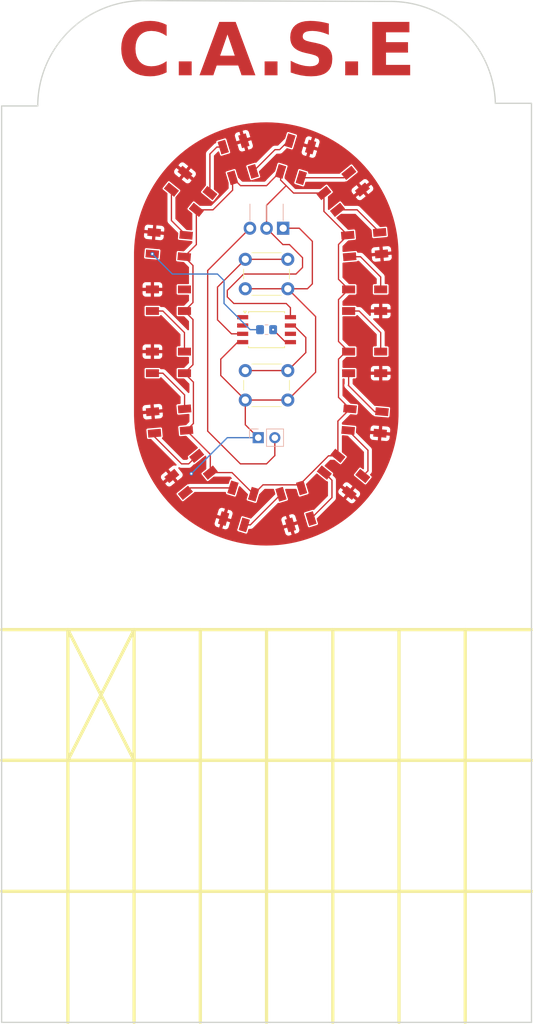
<source format=kicad_pcb>
(kicad_pcb (version 20240108) (generator "pcbnew") (generator_version "8.0")
  (layers (0 "F.Cu" signal) (31 "B.Cu" signal) (34 "B.Paste" user) (35 "F.Paste" user) (36 "B.SilkS" user "B.Silkscreen") (37 "F.SilkS" user "F.Silkscreen") (38 "B.Mask" user) (39 "F.Mask" user) (44 "Edge.Cuts" user))
  (net 0 "")
  (net 1 "Net-(D1-VDD)")
  (net 2 "Net-(D1-DOUT)")
  (net 3 "Net-(D1-DIN)")
  (net 4 "GND")
  (net 5 "Net-(D2-DOUT)")
  (net 6 "Net-(D3-DOUT)")
  (net 7 "Net-(D4-DOUT)")
  (net 8 "Net-(D5-DOUT)")
  (net 9 "Net-(D6-DOUT)")
  (net 10 "Net-(D7-DOUT)")
  (net 11 "Net-(D8-DOUT)")
  (net 12 "Net-(D10-DIN)")
  (net 13 "Net-(D10-DOUT)")
  (net 14 "Net-(D11-DOUT)")
  (net 15 "Net-(D12-DOUT)")
  (net 16 "Net-(D13-DOUT)")
  (net 17 "Net-(D14-DOUT)")
  (net 18 "Net-(D15-DOUT)")
  (net 20 "Net-(J1-Pin_2)")
  (net 21 "Net-(U1-AREF{slash}PB0)")
  (net 22 "Net-(U1-XTAL2{slash}PB4)")
  (net 23 "Net-(U1-PB2)")
  (footprint "Package_SO:SOIC-8W_5.3x5.3mm_P1.27mm" (layer "F.Cu") (at 100 73.5)
    (property "Reference" "U1" (hide yes))
    (property "Value" "ATtiny85-20S" (hide yes))
    (fp_line (start -2.75 -2.755) (end -2.75 -2.55) (stroke (width 0.15)) (layer "F.SilkS"))
    (fp_line (start -2.75 -2.755) (end 2.75 -2.755) (stroke (width 0.15)) (layer "F.SilkS"))
    (fp_line (start -2.75 2.755) (end -2.75 2.55) (stroke (width 0.15)) (layer "F.SilkS"))
    (fp_line (start -2.75 2.755) (end 2.75 2.755) (stroke (width 0.15)) (layer "F.SilkS"))
    (fp_line (start 2.75 -2.755) (end 2.75 -2.55) (stroke (width 0.15)) (layer "F.SilkS"))
    (fp_line (start 2.75 2.755) (end 2.75 2.55) (stroke (width 0.15)) (layer "F.SilkS"))
    (fp_poly (pts (xy -3.3 -2.5) (xy -3.54 -2.83) (xy -3.06 -2.83) (xy -3.3 -2.5)) (stroke (width 0.12)) (fill solid) (layer "F.SilkS"))
    (pad "1" smd rect (at -3.65 -1.905) (size 1.7 0.65) (layers "F.Cu" "F.Paste" "F.Mask"))
    (pad "2" smd rect (at -3.65 -0.635) (size 1.7 0.65) (layers "F.Cu" "F.Paste" "F.Mask"))
    (pad "3" smd rect (at -3.65 0.635) (size 1.7 0.65) (layers "F.Cu" "F.Paste" "F.Mask") (net 22 "Net-(U1-XTAL2{slash}PB4)"))
    (pad "4" smd rect (at -3.65 1.905) (size 1.7 0.65) (layers "F.Cu" "F.Paste" "F.Mask") (net 4 "GND"))
    (pad "5" smd rect (at 3.65 1.905) (size 1.7 0.65) (layers "F.Cu" "F.Paste" "F.Mask") (net 21 "Net-(U1-AREF{slash}PB0)"))
    (pad "6" smd rect (at 3.65 0.635) (size 1.7 0.65) (layers "F.Cu" "F.Paste" "F.Mask"))
    (pad "7" smd rect (at 3.65 -0.635) (size 1.7 0.65) (layers "F.Cu" "F.Paste" "F.Mask") (net 23 "Net-(U1-PB2)"))
    (pad "8" smd rect (at 3.65 -1.905) (size 1.7 0.65) (layers "F.Cu" "F.Paste" "F.Mask") (net 1 "Net-(D1-VDD)"))
  )
  (footprint "" (layer "F.Cu") (at 81.217 39.324349)
    (property "Reference" "" (at 0 0 0) (layer "F.SilkS") (effects (font (size 1.27 1.27))))
    (property "Value" "")
    (pad "" np_thru_hole circle (at 0 0) (size 2.2 2.2) (drill 2.2) (layers "F&B.Cu" "*.Mask"))
  )
  (footprint "Button_Switch_THT:SW_PUSH_6mm_H5mm" (layer "F.Cu") (at 96.75 79.75)
    (property "Reference" "SW2" (hide yes))
    (property "Value" "SW_Push_Dual" (hide yes))
    (fp_line (start -0.25 1.5) (end -0.25 3) (stroke (width 0.12)) (layer "F.SilkS"))
    (fp_line (start 1 5.5) (end 5.5 5.5) (stroke (width 0.12)) (layer "F.SilkS"))
    (fp_line (start 5.5 -1) (end 1 -1) (stroke (width 0.12)) (layer "F.SilkS"))
    (fp_line (start 6.75 3) (end 6.75 1.5) (stroke (width 0.12)) (layer "F.SilkS"))
    (pad "1" thru_hole circle (at 0 0 90) (size 2 2) (drill 1.1) (layers "*.Cu" "*.Mask") (net 23 "Net-(U1-PB2)"))
    (pad "1" thru_hole circle (at 6.5 0 90) (size 2 2) (drill 1.1) (layers "*.Cu" "*.Mask") (net 23 "Net-(U1-PB2)"))
    (pad "2" thru_hole circle (at 0 4.5 90) (size 2 2) (drill 1.1) (layers "*.Cu" "*.Mask") (net 4 "GND"))
    (pad "2" thru_hole circle (at 6.5 4.5 90) (size 2 2) (drill 1.1) (layers "*.Cu" "*.Mask") (net 4 "GND"))
  )
  (footprint "case:LED_WS2812B_PLCC4_5.0x5.0mm_P3.2mm_modified" (layer "F.Cu") (at 115 60.5 5)
    (property "Reference" "D6" (hide yes))
    (property "Value" "WS2812B" (hide yes))
    (pad "1" smd rect (at -2.45 -1.65 5) (size 2 1.2) (layers "F.Cu" "F.Paste" "F.Mask") (net 1 "Net-(D1-VDD)") (clearance 0.2))
    (pad "2" smd rect (at -2.45 1.65 5) (size 2 1.2) (layers "F.Cu" "F.Paste" "F.Mask") (net 9 "Net-(D6-DOUT)") (clearance 0.2))
    (pad "3" smd rect (at 2.45 1.65 5) (size 2 1.2) (layers "F.Cu" "F.Paste" "F.Mask") (net 4 "GND") (clearance 0.2))
    (pad "4" smd rect (at 2.45 -1.65 5) (size 2 1.2) (layers "F.Cu" "F.Paste" "F.Mask") (net 8 "Net-(D5-DOUT)") (clearance 0.2))
  )
  (footprint "case:LED_WS2812B_PLCC4_5.0x5.0mm_P3.2mm_modified" (layer "F.Cu") (at 88.457235 95.595234 -141)
    (property "Reference" "D13" (hide yes))
    (property "Value" "WS2812B" (hide yes))
    (pad "1" smd rect (at -2.45 -1.65 219) (size 2 1.2) (layers "F.Cu" "F.Paste" "F.Mask") (net 1 "Net-(D1-VDD)") (clearance 0.2))
    (pad "2" smd rect (at -2.45 1.65 219) (size 2 1.2) (layers "F.Cu" "F.Paste" "F.Mask") (net 16 "Net-(D13-DOUT)") (clearance 0.2))
    (pad "3" smd rect (at 2.45 1.65 219) (size 2 1.2) (layers "F.Cu" "F.Paste" "F.Mask") (net 4 "GND") (clearance 0.2))
    (pad "4" smd rect (at 2.45 -1.65 219) (size 2 1.2) (layers "F.Cu" "F.Paste" "F.Mask") (net 15 "Net-(D12-DOUT)") (clearance 0.2))
  )
  (footprint "case:LED_WS2812B_PLCC4_5.0x5.0mm_P3.2mm_modified" (layer "F.Cu") (at 111.714269 52.367531 39)
    (property "Reference" "D5" (hide yes))
    (property "Value" "WS2812B" (hide yes))
    (pad "1" smd rect (at -2.45 -1.65 39) (size 2 1.2) (layers "F.Cu" "F.Paste" "F.Mask") (net 1 "Net-(D1-VDD)") (clearance 0.2))
    (pad "2" smd rect (at -2.45 1.65 39) (size 2 1.2) (layers "F.Cu" "F.Paste" "F.Mask") (net 8 "Net-(D5-DOUT)") (clearance 0.2))
    (pad "3" smd rect (at 2.45 1.65 39) (size 2 1.2) (layers "F.Cu" "F.Paste" "F.Mask") (net 4 "GND") (clearance 0.2))
    (pad "4" smd rect (at 2.45 -1.65 39) (size 2 1.2) (layers "F.Cu" "F.Paste" "F.Mask") (net 7 "Net-(D4-DOUT)") (clearance 0.2))
  )
  (footprint "case:LED_WS2812B_PLCC4_5.0x5.0mm_P3.2mm_modified" (layer "F.Cu") (at 95.671504 47.462765 107)
    (property "Reference" "D3" (hide yes))
    (property "Value" "WS2812B" (hide yes))
    (pad "1" smd rect (at -2.45 -1.650001 107) (size 2 1.2) (layers "F.Cu" "F.Paste" "F.Mask") (net 1 "Net-(D1-VDD)") (clearance 0.2))
    (pad "2" smd rect (at -2.45 1.65 107) (size 2 1.2) (layers "F.Cu" "F.Paste" "F.Mask") (net 6 "Net-(D3-DOUT)") (clearance 0.2))
    (pad "3" smd rect (at 2.45 1.650001 107) (size 2 1.2) (layers "F.Cu" "F.Paste" "F.Mask") (net 4 "GND") (clearance 0.2))
    (pad "4" smd rect (at 2.45 -1.65 107) (size 2 1.2) (layers "F.Cu" "F.Paste" "F.Mask") (net 5 "Net-(D2-DOUT)") (clearance 0.2))
  )
  (footprint "case:LED_WS2812B_PLCC4_5.0x5.0mm_P3.2mm_modified" (layer "F.Cu") (at 115.057345 87.462765 -5)
    (property "Reference" "D9" (hide yes))
    (property "Value" "WS2812B" (hide yes))
    (pad "1" smd rect (at -2.45 -1.65 355) (size 2 1.2) (layers "F.Cu" "F.Paste" "F.Mask") (net 1 "Net-(D1-VDD)") (clearance 0.2))
    (pad "2" smd rect (at -2.45 1.65 355) (size 2 1.2) (layers "F.Cu" "F.Paste" "F.Mask") (net 12 "Net-(D10-DIN)") (clearance 0.2))
    (pad "3" smd rect (at 2.45 1.65 355) (size 2 1.2) (layers "F.Cu" "F.Paste" "F.Mask") (net 4 "GND") (clearance 0.2))
    (pad "4" smd rect (at 2.45 -1.65 355) (size 2 1.2) (layers "F.Cu" "F.Paste" "F.Mask") (net 11 "Net-(D8-DOUT)") (clearance 0.2))
  )
  (footprint "" (layer "F.Cu") (at 118.936 39.324349)
    (property "Reference" "" (at 0 0 0) (layer "F.SilkS") (effects (font (size 1.27 1.27))))
    (property "Value" "")
    (pad "" np_thru_hole circle (at 0 0) (size 2.2 2.2) (drill 2.2) (layers "F&B.Cu" "*.Mask"))
  )
  (footprint "Button_Switch_THT:SW_PUSH_6mm_H5mm" (layer "F.Cu") (at 96.75 62.75)
    (property "Reference" "SW1" (hide yes))
    (property "Value" "SW_Push_Dual" (hide yes))
    (fp_line (start -0.25 1.5) (end -0.25 3) (stroke (width 0.12)) (layer "F.SilkS"))
    (fp_line (start 1 5.5) (end 5.5 5.5) (stroke (width 0.12)) (layer "F.SilkS"))
    (fp_line (start 5.5 -1) (end 1 -1) (stroke (width 0.12)) (layer "F.SilkS"))
    (fp_line (start 6.75 3) (end 6.75 1.5) (stroke (width 0.12)) (layer "F.SilkS"))
    (pad "1" thru_hole circle (at 0 0 90) (size 2 2) (drill 1.1) (layers "*.Cu" "*.Mask") (net 22 "Net-(U1-XTAL2{slash}PB4)"))
    (pad "1" thru_hole circle (at 6.5 0 90) (size 2 2) (drill 1.1) (layers "*.Cu" "*.Mask") (net 22 "Net-(U1-XTAL2{slash}PB4)"))
    (pad "2" thru_hole circle (at 0 4.5 90) (size 2 2) (drill 1.1) (layers "*.Cu" "*.Mask") (net 4 "GND"))
    (pad "2" thru_hole circle (at 6.5 4.5 90) (size 2 2) (drill 1.1) (layers "*.Cu" "*.Mask") (net 4 "GND"))
  )
  (footprint "case:LED_WS2812B_PLCC4_5.0x5.0mm_P3.2mm_modified" (layer "F.Cu") (at 115 69)
    (property "Reference" "D7" (hide yes))
    (property "Value" "WS2812B" (hide yes))
    (pad "1" smd rect (at -2.45 -1.65) (size 2 1.2) (layers "F.Cu" "F.Paste" "F.Mask") (net 1 "Net-(D1-VDD)") (clearance 0.2))
    (pad "2" smd rect (at -2.45 1.65) (size 2 1.2) (layers "F.Cu" "F.Paste" "F.Mask") (net 10 "Net-(D7-DOUT)") (clearance 0.2))
    (pad "3" smd rect (at 2.45 1.65) (size 2 1.2) (layers "F.Cu" "F.Paste" "F.Mask") (net 4 "GND") (clearance 0.2))
    (pad "4" smd rect (at 2.45 -1.65) (size 2 1.2) (layers "F.Cu" "F.Paste" "F.Mask") (net 9 "Net-(D6-DOUT)") (clearance 0.2))
  )
  (footprint "case:LED_WS2812B_PLCC4_5.0x5.0mm_P3.2mm_modified" (layer "F.Cu") (at 104.442655 47.462765 73)
    (property "Reference" "D4" (hide yes))
    (property "Value" "WS2812B" (hide yes))
    (pad "1" smd rect (at -2.45 -1.65 73) (size 2 1.2) (layers "F.Cu" "F.Paste" "F.Mask") (net 1 "Net-(D1-VDD)") (clearance 0.2))
    (pad "2" smd rect (at -2.45 1.650001 73) (size 2 1.2) (layers "F.Cu" "F.Paste" "F.Mask") (net 7 "Net-(D4-DOUT)") (clearance 0.2))
    (pad "3" smd rect (at 2.45 1.65 73) (size 2 1.2) (layers "F.Cu" "F.Paste" "F.Mask") (net 4 "GND") (clearance 0.2))
    (pad "4" smd rect (at 2.45 -1.650001 73) (size 2 1.2) (layers "F.Cu" "F.Paste" "F.Mask") (net 6 "Net-(D3-DOUT)") (clearance 0.2))
  )
  (footprint "case:LED_WS2812B_PLCC4_5.0x5.0mm_P3.2mm_modified" (layer "F.Cu") (at 85 69 180)
    (property "Reference" "D16" (hide yes))
    (property "Value" "WS2812B" (hide yes))
    (pad "1" smd rect (at -2.45 -1.65 180) (size 2 1.2) (layers "F.Cu" "F.Paste" "F.Mask") (net 1 "Net-(D1-VDD)") (clearance 0.2))
    (pad "2" smd rect (at -2.45 1.65 180) (size 2 1.2) (layers "F.Cu" "F.Paste" "F.Mask") (clearance 0.2))
    (pad "3" smd rect (at 2.45 1.65 180) (size 2 1.2) (layers "F.Cu" "F.Paste" "F.Mask") (net 4 "GND") (clearance 0.2))
    (pad "4" smd rect (at 2.45 -1.65 180) (size 2 1.2) (layers "F.Cu" "F.Paste" "F.Mask") (net 18 "Net-(D15-DOUT)") (clearance 0.2))
  )
  (footprint "case:LED_WS2812B_PLCC4_5.0x5.0mm_P3.2mm_modified" (layer "F.Cu") (at 111.771614 95.595234 -39)
    (property "Reference" "D10" (hide yes))
    (property "Value" "WS2812B" (hide yes))
    (pad "1" smd rect (at -2.45 -1.65 321) (size 2 1.2) (layers "F.Cu" "F.Paste" "F.Mask") (net 1 "Net-(D1-VDD)") (clearance 0.2))
    (pad "2" smd rect (at -2.45 1.65 321) (size 2 1.2) (layers "F.Cu" "F.Paste" "F.Mask") (net 13 "Net-(D10-DOUT)") (clearance 0.2))
    (pad "3" smd rect (at 2.45 1.65 321) (size 2 1.2) (layers "F.Cu" "F.Paste" "F.Mask") (net 4 "GND") (clearance 0.2))
    (pad "4" smd rect (at 2.45 -1.65 321) (size 2 1.2) (layers "F.Cu" "F.Paste" "F.Mask") (net 12 "Net-(D10-DIN)") (clearance 0.2))
  )
  (footprint "" (layer "F.Cu") (at 118.936 39.324349)
    (property "Reference" "" (at 0 0 0) (layer "F.SilkS") (effects (font (size 1.27 1.27))))
    (property "Value" "")
    (pad "" np_thru_hole circle (at 0 0) (size 2.2 2.2) (drill 2.2) (layers "F&B.Cu" "*.Mask"))
  )
  (footprint "case:LED_WS2812B_PLCC4_5.0x5.0mm_P3.2mm_modified" (layer "F.Cu") (at 95.728849 100.5 -107)
    (property "Reference" "D12" (hide yes))
    (property "Value" "WS2812B" (hide yes))
    (pad "1" smd rect (at -2.45 -1.65 253) (size 2 1.2) (layers "F.Cu" "F.Paste" "F.Mask") (net 1 "Net-(D1-VDD)") (clearance 0.2))
    (pad "2" smd rect (at -2.45 1.650001 253) (size 2 1.2) (layers "F.Cu" "F.Paste" "F.Mask") (net 15 "Net-(D12-DOUT)") (clearance 0.2))
    (pad "3" smd rect (at 2.45 1.65 253) (size 2 1.2) (layers "F.Cu" "F.Paste" "F.Mask") (net 4 "GND") (clearance 0.2))
    (pad "4" smd rect (at 2.45 -1.650001 253) (size 2 1.2) (layers "F.Cu" "F.Paste" "F.Mask") (net 14 "Net-(D11-DOUT)") (clearance 0.2))
  )
  (footprint "case:LED_WS2812B_PLCC4_5.0x5.0mm_P3.2mm_modified" (layer "F.Cu") (at 85.171504 87.462765 -175)
    (property "Reference" "D14" (hide yes))
    (property "Value" "WS2812B" (hide yes))
    (pad "1" smd rect (at -2.45 -1.65 185) (size 2 1.2) (layers "F.Cu" "F.Paste" "F.Mask") (net 1 "Net-(D1-VDD)") (clearance 0.2))
    (pad "2" smd rect (at -2.45 1.65 185) (size 2 1.2) (layers "F.Cu" "F.Paste" "F.Mask") (net 17 "Net-(D14-DOUT)") (clearance 0.2))
    (pad "3" smd rect (at 2.45 1.65 185) (size 2 1.2) (layers "F.Cu" "F.Paste" "F.Mask") (net 4 "GND") (clearance 0.2))
    (pad "4" smd rect (at 2.45 -1.65 185) (size 2 1.2) (layers "F.Cu" "F.Paste" "F.Mask") (net 16 "Net-(D13-DOUT)") (clearance 0.2))
  )
  (footprint "case:LED_WS2812B_PLCC4_5.0x5.0mm_P3.2mm_modified" (layer "F.Cu") (at 115 78.5)
    (property "Reference" "D8" (hide yes))
    (property "Value" "WS2812B" (hide yes))
    (pad "1" smd rect (at -2.45 -1.65) (size 2 1.2) (layers "F.Cu" "F.Paste" "F.Mask") (net 1 "Net-(D1-VDD)") (clearance 0.2))
    (pad "2" smd rect (at -2.45 1.65) (size 2 1.2) (layers "F.Cu" "F.Paste" "F.Mask") (net 11 "Net-(D8-DOUT)") (clearance 0.2))
    (pad "3" smd rect (at 2.45 1.65) (size 2 1.2) (layers "F.Cu" "F.Paste" "F.Mask") (net 4 "GND") (clearance 0.2))
    (pad "4" smd rect (at 2.45 -1.65) (size 2 1.2) (layers "F.Cu" "F.Paste" "F.Mask") (net 10 "Net-(D7-DOUT)") (clearance 0.2))
  )
  (footprint "" (layer "F.Cu") (at 81.217 39.324349)
    (property "Reference" "" (at 0 0 0) (layer "F.SilkS") (effects (font (size 1.27 1.27))))
    (property "Value" "")
    (pad "" np_thru_hole circle (at 0 0) (size 2.2 2.2) (drill 2.2) (layers "F&B.Cu" "*.Mask"))
  )
  (footprint "case:LED_WS2812B_PLCC4_5.0x5.0mm_P3.2mm_modified" (layer "F.Cu") (at 104.5 100.5 -73)
    (property "Reference" "D11" (hide yes))
    (property "Value" "WS2812B" (hide yes))
    (pad "1" smd rect (at -2.45 -1.650001 287) (size 2 1.2) (layers "F.Cu" "F.Paste" "F.Mask") (net 1 "Net-(D1-VDD)") (clearance 0.2))
    (pad "2" smd rect (at -2.45 1.65 287) (size 2 1.2) (layers "F.Cu" "F.Paste" "F.Mask") (net 14 "Net-(D11-DOUT)") (clearance 0.2))
    (pad "3" smd rect (at 2.45 1.650001 287) (size 2 1.2) (layers "F.Cu" "F.Paste" "F.Mask") (net 4 "GND") (clearance 0.2))
    (pad "4" smd rect (at 2.45 -1.65 287) (size 2 1.2) (layers "F.Cu" "F.Paste" "F.Mask") (net 13 "Net-(D10-DOUT)") (clearance 0.2))
  )
  (footprint "case:LED_WS2812B_PLCC4_5.0x5.0mm_P3.2mm_modified" (layer "F.Cu") (at 85 78.5 180)
    (property "Reference" "D15" (hide yes))
    (property "Value" "WS2812B" (hide yes))
    (pad "1" smd rect (at -2.45 -1.65 180) (size 2 1.2) (layers "F.Cu" "F.Paste" "F.Mask") (net 1 "Net-(D1-VDD)") (clearance 0.2))
    (pad "2" smd rect (at -2.45 1.65 180) (size 2 1.2) (layers "F.Cu" "F.Paste" "F.Mask") (net 18 "Net-(D15-DOUT)") (clearance 0.2))
    (pad "3" smd rect (at 2.45 1.65 180) (size 2 1.2) (layers "F.Cu" "F.Paste" "F.Mask") (net 4 "GND") (clearance 0.2))
    (pad "4" smd rect (at 2.45 -1.65 180) (size 2 1.2) (layers "F.Cu" "F.Paste" "F.Mask") (net 17 "Net-(D14-DOUT)") (clearance 0.2))
  )
  (footprint "case:LED_WS2812B_PLCC4_5.0x5.0mm_P3.2mm_modified" (layer "F.Cu") (at 88.39989 52.367531 141)
    (property "Reference" "D2" (hide yes))
    (property "Value" "WS2812B" (hide yes))
    (pad "1" smd rect (at -2.45 -1.65 141) (size 2 1.2) (layers "F.Cu" "F.Paste" "F.Mask") (net 1 "Net-(D1-VDD)") (clearance 0.2))
    (pad "2" smd rect (at -2.45 1.65 141) (size 2 1.2) (layers "F.Cu" "F.Paste" "F.Mask") (net 5 "Net-(D2-DOUT)") (clearance 0.2))
    (pad "3" smd rect (at 2.45 1.65 141) (size 2 1.2) (layers "F.Cu" "F.Paste" "F.Mask") (net 4 "GND") (clearance 0.2))
    (pad "4" smd rect (at 2.45 -1.65 141) (size 2 1.2) (layers "F.Cu" "F.Paste" "F.Mask") (net 2 "Net-(D1-DOUT)") (clearance 0.2))
  )
  (footprint "case:LED_WS2812B_PLCC4_5.0x5.0mm_P3.2mm_modified" (layer "F.Cu") (at 85.114159 60.5 175)
    (property "Reference" "D1" (hide yes))
    (property "Value" "WS2812B" (hide yes))
    (pad "1" smd rect (at -2.45 -1.65 175) (size 2 1.2) (layers "F.Cu" "F.Paste" "F.Mask") (net 1 "Net-(D1-VDD)") (clearance 0.2))
    (pad "2" smd rect (at -2.45 1.65 175) (size 2 1.2) (layers "F.Cu" "F.Paste" "F.Mask") (net 2 "Net-(D1-DOUT)") (clearance 0.2))
    (pad "3" smd rect (at 2.45 1.65 175) (size 2 1.2) (layers "F.Cu" "F.Paste" "F.Mask") (net 4 "GND") (clearance 0.2))
    (pad "4" smd rect (at 2.45 -1.65 175) (size 2 1.2) (layers "F.Cu" "F.Paste" "F.Mask") (net 3 "Net-(D1-DIN)") (clearance 0.2))
  )
  (footprint "Connector_PinHeader_2.54mm:PinHeader_1x02_P2.54mm_Vertical" (layer "B.Cu") (at 98.725 90 -90)
    (property "Reference" "J1" (hide yes))
    (property "Value" "PINHD-1X2" (hide yes))
    (fp_line (start -1.33 1.33) (end -1.33 0) (stroke (width 0.12)) (layer "B.SilkS"))
    (fp_line (start 0 1.33) (end -1.33 1.33) (stroke (width 0.12)) (layer "B.SilkS"))
    (fp_line (start 1.33 -1.27) (end -1.33 -1.27) (stroke (width 0.12)) (layer "B.SilkS"))
    (fp_line (start -1.33 -3.87) (end -1.33 -1.27) (stroke (width 0.12)) (layer "B.SilkS"))
    (fp_line (start 1.33 -3.87) (end 1.33 -1.27) (stroke (width 0.12)) (layer "B.SilkS"))
    (fp_line (start 1.33 -3.87) (end -1.33 -3.87) (stroke (width 0.12)) (layer "B.SilkS"))
    (pad "1" thru_hole rect (at 0 0 270) (size 1.7 1.7) (drill 1) (layers "*.Cu" "*.Mask") (net 4 "GND"))
    (pad "2" thru_hole oval (at 0 -2.54 270) (size 1.7 1.7) (drill 1) (layers "*.Cu" "*.Mask") (net 20 "Net-(J1-Pin_2)"))
  )
  (footprint "Resistor_SMD:R_0805_2012Metric_Pad1.20x1.40mm_HandSolder" (layer "B.Cu") (at 100 73.5)
    (property "Reference" "R1" (hide yes))
    (property "Value" "330" (hide yes))
    (fp_line (start 0.227064 -0.735) (end -0.227064 -0.735) (stroke (width 0.12)) (layer "B.SilkS"))
    (fp_line (start 0.227064 0.735) (end -0.227064 0.735) (stroke (width 0.12)) (layer "B.SilkS"))
    (pad "1" smd roundrect (at -1 0) (size 1.2 1.4) (layers "B.Cu" "B.Paste" "B.Mask") (roundrect_rratio 0.208333) (net 3 "Net-(D1-DIN)"))
    (pad "2" smd roundrect (at 1 0) (size 1.2 1.4) (layers "B.Cu" "B.Paste" "B.Mask") (roundrect_rratio 0.208333) (net 21 "Net-(U1-AREF{slash}PB0)"))
  )
  (footprint "Package_TO_SOT_THT:TO-220-3_Horizontal_TabDown" (layer "B.Cu") (at 102.54 58 180)
    (property "Reference" "VR1" (hide yes))
    (property "Value" "LD1117V50" (hide yes))
    (fp_line (start 5.08 1.15) (end 5.08 3.69) (stroke (width 0.12)) (layer "B.SilkS"))
    (fp_line (start 2.54 1.15) (end 2.54 3.69) (stroke (width 0.12)) (layer "B.SilkS"))
    (fp_line (start 0 1.15) (end 0 3.69) (stroke (width 0.12)) (layer "B.SilkS"))
    (pad "1" thru_hole rect (at 0 0 180) (size 1.905 2) (drill 1.1) (layers "*.Cu" "*.Mask") (net 4 "GND"))
    (pad "2" thru_hole oval (at 2.54 0 180) (size 1.905 2) (drill 1.1) (layers "*.Cu" "*.Mask") (net 1 "Net-(D1-VDD)"))
    (pad "3" thru_hole oval (at 5.08 0 180) (size 1.905 2) (drill 1.1) (layers "*.Cu" "*.Mask") (net 20 "Net-(J1-Pin_2)"))
  )
  (gr_line (start 120.25 119.325349) (end 120.25 179.325349) (stroke (width 0.5)) (layer "F.SilkS"))
  (gr_line (start 110.125 119.325349) (end 110.125 179.325349) (stroke (width 0.5)) (layer "F.SilkS"))
  (gr_line (start 89.875 119.325349) (end 89.875 179.325349) (stroke (width 0.5)) (layer "F.SilkS"))
  (gr_line (start 59.5 119.325349) (end 140.5 119.325349) (stroke (width 0.5)) (layer "F.SilkS"))
  (gr_line (start 69.625 179.325349) (end 69.625 119.325349) (stroke (width 0.5)) (layer "F.SilkS"))
  (gr_line (start 59.5 159.309849) (end 140.5 159.309849) (stroke (width 0.5)) (layer "F.SilkS"))
  (gr_line (start 130.375 119.325349) (end 130.375 179.325349) (stroke (width 0.5)) (layer "F.SilkS"))
  (gr_line (start 79.75 139.293849) (end 69.625 119.325349) (stroke (width 0.5)) (layer "F.SilkS"))
  (gr_line (start 59.5 139.293849) (end 140.5 139.293849) (stroke (width 0.5)) (layer "F.SilkS"))
  (gr_line (start 79.75 119.325349) (end 79.75 179.325349) (stroke (width 0.5)) (layer "F.SilkS"))
  (gr_line (start 100 119.325349) (end 100 179.325349) (stroke (width 0.5)) (layer "F.SilkS"))
  (gr_line (start 79.75 119.325349) (end 69.625 139.293849) (stroke (width 0.5)) (layer "F.SilkS"))
  (gr_line (start 65.02 39.324349) (end 59.5 39.324349) (stroke (width 0.2)) (layer "Edge.Cuts"))
  (gr_line (start 140.5 38.916364) (end 134.980006 38.916364) (stroke (width 0.2)) (layer "Edge.Cuts"))
  (gr_arc (start 65.02 39.324349) (mid 69.716042 27.986916) (end 81.029952 23.234482) (stroke (width 0.2)) (layer "Edge.Cuts"))
  (gr_line (start 140.5 179.325349) (end 140.5 38.916364) (stroke (width 0.2)) (layer "Edge.Cuts"))
  (gr_arc (start 118.969885 23.354782) (mid 130.135109 27.884325) (end 134.980006 38.916364) (stroke (width 0.2)) (layer "Edge.Cuts"))
  (gr_line (start 59.5 179.325349) (end 140.5 179.325349) (stroke (width 0.2)) (layer "Edge.Cuts"))
  (gr_line (start 118.969885 23.354782) (end 81.029952 23.234482) (stroke (width 0.2)) (layer "Edge.Cuts"))
  (gr_line (start 59.5 39.324349) (end 59.5 179.325349) (stroke (width 0.2)) (layer "Edge.Cuts"))
  (gr_text "C.A.S.E" (at 100 36 0) (layer "F.Cu") (effects (font (size 8 8) (thickness 0.3) (bold yes)) (justify bottom)))
  (segment (start 88.75 78.85) (end 87.45 80.15) (width 0.2) (layer "F.Cu") (net 1))
  (segment (start 108.771883 52.627075) (end 104.127075 52.627075) (width 0.2) (layer "F.Cu") (net 1))
  (segment (start 104.127075 52.627075) (end 103 51.5) (width 0.2) (layer "F.Cu") (net 1))
  (segment (start 88.75 63.696224) (end 88.75 69.35) (width 0.2) (layer "F.Cu") (net 1))
  (segment (start 111 65.8) (end 112.55 67.35) (width 0.2) (layer "F.Cu") (net 1))
  (segment (start 94.809911 52.190089) (end 94.809911 50.288125) (width 0.2) (layer "F.Cu") (net 1))
  (segment (start 103.5 60.5) (end 105.5 62.5) (width 0.2) (layer "F.Cu") (net 1))
  (segment (start 111 83.845037) (end 112.760475 85.605512) (width 0.2) (layer "F.Cu") (net 1))
  (segment (start 94 68.5) (end 95 69.5) (width 0.2) (layer "F.Cu") (net 1))
  (segment (start 100.5 51) (end 100 51.5) (width 0.2) (layer "F.Cu") (net 1))
  (segment (start 102.148442 49.323298) (end 100.5 50.97174) (width 0.2) (layer "F.Cu") (net 1))
  (segment (start 109.474382 92.771108) (end 105.361593 96.883897) (width 0.2) (layer "F.Cu") (net 1))
  (segment (start 88.75 69.35) (end 87.45 70.65) (width 0.2) (layer "F.Cu") (net 1))
  (segment (start 104.5 65) (end 96.5 65) (width 0.2) (layer "F.Cu") (net 1))
  (segment (start 110.905985 92.771108) (end 109.474382 92.771108) (width 0.2) (layer "F.Cu") (net 1))
  (segment (start 104.894692 97.207739) (end 99.45479 97.207739) (width 0.2) (layer "F.Cu") (net 1))
  (segment (start 112.15 76.85) (end 111 78) (width 0.2) (layer "F.Cu") (net 1))
  (segment (start 94 67.5) (end 94 68.5) (width 0.2) (layer "F.Cu") (net 1))
  (segment (start 100 58) (end 102.5 60.5) (width 0.2) (layer "F.Cu") (net 1))
  (segment (start 89.265519 55.191657) (end 91.808343 55.191657) (width 0.2) (layer "F.Cu") (net 1))
  (segment (start 111 75.3) (end 112.55 76.85) (width 0.2) (layer "F.Cu") (net 1))
  (segment (start 112.760475 85.605512) (end 110.905985 87.460002) (width 0.2) (layer "F.Cu") (net 1))
  (segment (start 103.65 70.15) (end 103.65 71.595) (width 0.2) (layer "F.Cu") (net 1))
  (segment (start 103 51.5) (end 102.148442 50.648442) (width 0.2) (layer "F.Cu") (net 1))
  (segment (start 96.021786 51.5) (end 94.809911 50.288125) (width 0.2) (layer "F.Cu") (net 1))
  (segment (start 91.808343 55.191657) (end 94.809911 52.190089) (width 0.2) (layer "F.Cu") (net 1))
  (segment (start 111 78) (end 111 83.845037) (width 0.2) (layer "F.Cu") (net 1))
  (segment (start 87.411029 62.357253) (end 89.265519 60.502763) (width 0.2) (layer "F.Cu") (net 1))
  (segment (start 98.023062 98.639467) (end 94.719285 95.33569) (width 0.2) (layer "F.Cu") (net 1))
  (segment (start 100 54.5) (end 100 58) (width 0.2) (layer "F.Cu") (net 1))
  (segment (start 111 68.9) (end 111 75.3) (width 0.2) (layer "F.Cu") (net 1))
  (segment (start 99.45479 97.207739) (end 98.023062 98.639467) (width 0.2) (layer "F.Cu") (net 1))
  (segment (start 102.5 60.5) (end 103.5 60.5) (width 0.2) (layer "F.Cu") (net 1))
  (segment (start 95 69.5) (end 103 69.5) (width 0.2) (layer "F.Cu") (net 1))
  (segment (start 105.5 64) (end 104.5 65) (width 0.2) (layer "F.Cu") (net 1))
  (segment (start 100 51.5) (end 96.021786 51.5) (width 0.2) (layer "F.Cu") (net 1))
  (segment (start 105.5 62.5) (end 105.5 64) (width 0.2) (layer "F.Cu") (net 1))
  (segment (start 110.905985 87.460002) (end 110.905985 92.771108) (width 0.2) (layer "F.Cu") (net 1))
  (segment (start 88.816862 81.516862) (end 87.45 80.15) (width 0.2) (layer "F.Cu") (net 1))
  (segment (start 108.771883 55.426177) (end 112.415516 59.06981) (width 0.2) (layer "F.Cu") (net 1))
  (segment (start 87.411029 62.357253) (end 88.75 63.696224) (width 0.2) (layer "F.Cu") (net 1))
  (segment (start 89.265519 60.502763) (end 89.265519 55.191657) (width 0.2) (layer "F.Cu") (net 1))
  (segment (start 87.45 70.65) (end 88.75 71.95) (width 0.2) (layer "F.Cu") (net 1))
  (segment (start 96.5 65) (end 94 67.5) (width 0.2) (layer "F.Cu") (net 1))
  (segment (start 112.55 67.35) (end 111 68.9) (width 0.2) (layer "F.Cu") (net 1))
  (segment (start 103 51.5) (end 100 54.5) (width 0.2) (layer "F.Cu") (net 1))
  (segment (start 112.55 76.85) (end 112.15 76.85) (width 0.2) (layer "F.Cu") (net 1))
  (segment (start 94.719285 95.33569) (end 91.399621 95.33569) (width 0.2) (layer "F.Cu") (net 1))
  (segment (start 100.5 50.97174) (end 100.5 51) (width 0.2) (layer "F.Cu") (net 1))
  (segment (start 88.75 71.95) (end 88.75 78.85) (width 0.2) (layer "F.Cu") (net 1))
  (segment (start 91.399621 92.536588) (end 87.755988 88.892955) (width 0.2) (layer "F.Cu") (net 1))
  (segment (start 91.399621 95.33569) (end 91.399621 92.536588) (width 0.2) (layer "F.Cu") (net 1))
  (segment (start 102.148442 50.648442) (end 102.148442 49.323298) (width 0.2) (layer "F.Cu") (net 1))
  (segment (start 87.755988 88.892955) (end 88.816862 87.832081) (width 0.2) (layer "F.Cu") (net 1))
  (segment (start 88.816862 87.832081) (end 88.816862 81.516862) (width 0.2) (layer "F.Cu") (net 1))
  (segment (start 111 60.485326) (end 111 65.8) (width 0.2) (layer "F.Cu") (net 1))
  (segment (start 108.771883 52.627075) (end 108.771883 55.426177) (width 0.2) (layer "F.Cu") (net 1))
  (segment (start 105.361593 97.67464) (end 104.894692 97.207739) (width 0.2) (layer "F.Cu") (net 1))
  (segment (start 112.415516 59.06981) (end 111 60.485326) (width 0.2) (layer "F.Cu") (net 1))
  (segment (start 103 69.5) (end 103.65 70.15) (width 0.2) (layer "F.Cu") (net 1))
  (segment (start 105.361593 96.883897) (end 105.361593 97.67464) (width 0.2) (layer "F.Cu") (net 1))
  (segment (start 85.457504 56.828671) (end 85.457504 52.107987) (width 0.2) (layer "F.Cu") (net 2))
  (segment (start 87.698643 59.06981) (end 85.457504 56.828671) (width 0.2) (layer "F.Cu") (net 2))
  (via (at 82.529675 61.93019) (size 0.6) (drill 0.3) (layers "F.Cu" "B.Cu") (net 3))
  (segment (start 92.5 65) (end 85.599485 65) (width 0.2) (layer "B.Cu") (net 3))
  (segment (start 99 73.5) (end 97.5 73.5) (width 0.2) (layer "B.Cu") (net 3))
  (segment (start 97.5 73.5) (end 93.5 69.5) (width 0.2) (layer "B.Cu") (net 3))
  (segment (start 85.599485 65) (end 82.529675 61.93019) (width 0.2) (layer "B.Cu") (net 3))
  (segment (start 93.5 69.5) (end 93.5 66) (width 0.2) (layer "B.Cu") (net 3))
  (segment (start 93.5 66) (end 92.5 65) (width 0.2) (layer "B.Cu") (net 3))
  (segment (start 96.35 75.405) (end 95.595 75.405) (width 0.2) (layer "F.Cu") (net 4))
  (segment (start 106.25 67.25) (end 107 66.5) (width 0.2) (layer "F.Cu") (net 4))
  (segment (start 103.25 67.25) (end 106.25 67.25) (width 0.2) (layer "F.Cu") (net 4))
  (segment (start 102.54 58) (end 105 58) (width 0.2) (layer "F.Cu") (net 4))
  (segment (start 96.75 84.25) (end 103.25 84.25) (width 0.2) (layer "F.Cu") (net 4))
  (segment (start 107 60) (end 107 66.5) (width 0.2) (layer "F.Cu") (net 4))
  (segment (start 95.595 75.405) (end 93 78) (width 0.2) (layer "F.Cu") (net 4))
  (segment (start 96.75 84.25) (end 96.75 88.025) (width 0.2) (layer "F.Cu") (net 4))
  (segment (start 103.25 67.25) (end 107.5 71.5) (width 0.2) (layer "F.Cu") (net 4))
  (segment (start 93 78) (end 93 80.5) (width 0.2) (layer "F.Cu") (net 4))
  (segment (start 96.75 67.25) (end 103.25 67.25) (width 0.2) (layer "F.Cu") (net 4))
  (segment (start 107.5 80) (end 107.5 71.5) (width 0.2) (layer "F.Cu") (net 4))
  (segment (start 103.25 84.25) (end 107.5 80) (width 0.2) (layer "F.Cu") (net 4))
  (segment (start 105 58) (end 107 60) (width 0.2) (layer "F.Cu") (net 4))
  (segment (start 96.75 88.025) (end 98.725 90) (width 0.2) (layer "F.Cu") (net 4))
  (segment (start 96.75 84.25) (end 93 80.5) (width 0.2) (layer "F.Cu") (net 4))
  (via (at 88.5 95.5) (size 0.6) (drill 0.3) (layers "F.Cu" "B.Cu") (net 4))
  (segment (start 98.725 90) (end 94 90) (width 0.2) (layer "B.Cu") (net 4))
  (segment (start 94 90) (end 88.5 95.5) (width 0.2) (layer "B.Cu") (net 4))
  (segment (start 91.342276 46.657724) (end 92.397768 45.602232) (width 0.2) (layer "F.Cu") (net 5))
  (segment (start 92.397768 45.602232) (end 93.377291 45.602232) (width 0.2) (layer "F.Cu") (net 5))
  (segment (start 91.342276 52.627075) (end 91.342276 46.657724) (width 0.2) (layer "F.Cu") (net 5))
  (segment (start 101.289015 46) (end 97.965717 49.323298) (width 0.2) (layer "F.Cu") (net 6))
  (segment (start 102 46) (end 101.289015 46) (width 0.2) (layer "F.Cu") (net 6))
  (segment (start 103.581062 44.637405) (end 103.362595 44.637405) (width 0.2) (layer "F.Cu") (net 6))
  (segment (start 103.362595 44.637405) (end 102 46) (width 0.2) (layer "F.Cu") (net 6))
  (segment (start 105.304248 50.288125) (end 111.835178 50.288125) (width 0.2) (layer "F.Cu") (net 7))
  (segment (start 111.835178 50.288125) (end 112.579898 49.543405) (width 0.2) (layer "F.Cu") (net 7))
  (segment (start 113.84578 55.191657) (end 117.29687 58.642747) (width 0.2) (layer "F.Cu") (net 8))
  (segment (start 110.84864 55.191657) (end 113.84578 55.191657) (width 0.2) (layer "F.Cu") (net 8))
  (segment (start 112.70313 62.357253) (end 114.357253 62.357253) (width 0.2) (layer "F.Cu") (net 9))
  (segment (start 117.45 65.45) (end 117.45 67.35) (width 0.2) (layer "F.Cu") (net 9))
  (segment (start 114.357253 62.357253) (end 117.45 65.45) (width 0.2) (layer "F.Cu") (net 9))
  (segment (start 114.15 70.65) (end 117.45 73.95) (width 0.2) (layer "F.Cu") (net 10))
  (segment (start 117.45 73.95) (end 117.45 76.85) (width 0.2) (layer "F.Cu") (net 10))
  (segment (start 112.55 70.65) (end 114.15 70.65) (width 0.2) (layer "F.Cu") (net 10))
  (segment (start 112.55 80.15) (end 112.55 81.95) (width 0.2) (layer "F.Cu") (net 11))
  (segment (start 112.55 81.95) (end 112.5 82) (width 0.2) (layer "F.Cu") (net 11))
  (segment (start 116.532575 86.032575) (end 117.641829 86.032575) (width 0.2) (layer "F.Cu") (net 11))
  (segment (start 112.5 82) (end 116.532575 86.032575) (width 0.2) (layer "F.Cu") (net 11))
  (segment (start 112.472861 88.892955) (end 115.5 91.920094) (width 0.2) (layer "F.Cu") (net 12))
  (segment (start 115.5 95.068778) (end 114.714 95.854778) (width 0.2) (layer "F.Cu") (net 12))
  (segment (start 115.5 91.920094) (end 115.5 95.068778) (width 0.2) (layer "F.Cu") (net 12))
  (segment (start 110 99.154746) (end 110 96.506462) (width 0.2) (layer "F.Cu") (net 13))
  (segment (start 106.794213 102.360533) (end 110 99.154746) (width 0.2) (layer "F.Cu") (net 13))
  (segment (start 110 96.506462) (end 108.829228 95.33569) (width 0.2) (layer "F.Cu") (net 13))
  (segment (start 97.519894 103.32536) (end 96.590442 103.32536) (width 0.2) (layer "F.Cu") (net 14))
  (segment (start 102.205787 98.639467) (end 97.519894 103.32536) (width 0.2) (layer "F.Cu") (net 14))
  (segment (start 88.336326 97.67464) (end 87.591606 98.41936) (width 0.2) (layer "F.Cu") (net 15))
  (segment (start 94.867256 97.67464) (end 88.336326 97.67464) (width 0.2) (layer "F.Cu") (net 15))
  (segment (start 82.874634 89.874634) (end 82.874634 89.320018) (width 0.2) (layer "F.Cu") (net 16))
  (segment (start 87 94) (end 82.874634 89.874634) (width 0.2) (layer "F.Cu") (net 16))
  (segment (start 88.093972 94) (end 87 94) (width 0.2) (layer "F.Cu") (net 16))
  (segment (start 89.322864 92.771108) (end 88.093972 94) (width 0.2) (layer "F.Cu") (net 16))
  (segment (start 87.468374 83.468374) (end 84.15 80.15) (width 0.2) (layer "F.Cu") (net 17))
  (segment (start 84.15 80.15) (end 82.55 80.15) (width 0.2) (layer "F.Cu") (net 17))
  (segment (start 87.468374 85.605512) (end 87.468374 83.468374) (width 0.2) (layer "F.Cu") (net 17))
  (segment (start 84.15 70.65) (end 87.45 73.95) (width 0.2) (layer "F.Cu") (net 18))
  (segment (start 82.55 70.65) (end 84.15 70.65) (width 0.2) (layer "F.Cu") (net 18))
  (segment (start 87.45 73.95) (end 87.45 76.85) (width 0.2) (layer "F.Cu") (net 18))
  (segment (start 96 94) (end 91 89) (width 0.2) (layer "F.Cu") (net 20))
  (segment (start 91 89) (end 91 64.46) (width 0.2) (layer "F.Cu") (net 20))
  (segment (start 101.265 90) (end 101.265 92.735) (width 0.2) (layer "F.Cu") (net 20))
  (segment (start 91 64.46) (end 97.46 58) (width 0.2) (layer "F.Cu") (net 20))
  (segment (start 100 94) (end 96 94) (width 0.2) (layer "F.Cu") (net 20))
  (segment (start 101.265 92.735) (end 100 94) (width 0.2) (layer "F.Cu") (net 20))
  (segment (start 102.905 75.405) (end 101 73.5) (width 0.2) (layer "F.Cu") (net 21))
  (segment (start 103.65 75.405) (end 102.905 75.405) (width 0.2) (layer "F.Cu") (net 21))
  (via (at 101 73.5) (size 0.6) (drill 0.3) (layers "F.Cu" "B.Cu") (net 21))
  (segment (start 92.5 72) (end 94.635 74.135) (width 0.2) (layer "F.Cu") (net 22))
  (segment (start 94.635 74.135) (end 96.35 74.135) (width 0.2) (layer "F.Cu") (net 22))
  (segment (start 96.75 62.75) (end 103.25 62.75) (width 0.2) (layer "F.Cu") (net 22))
  (segment (start 96.75 62.75) (end 92.5 67) (width 0.2) (layer "F.Cu") (net 22))
  (segment (start 92.5 67) (end 92.5 72) (width 0.2) (layer "F.Cu") (net 22))
  (segment (start 103.25 79.75) (end 106 77) (width 0.2) (layer "F.Cu") (net 23))
  (segment (start 96.75 79.75) (end 103.25 79.75) (width 0.2) (layer "F.Cu") (net 23))
  (segment (start 106 77) (end 106 74.69) (width 0.2) (layer "F.Cu") (net 23))
  (segment (start 106 74.69) (end 104.175 72.865) (width 0.2) (layer "F.Cu") (net 23))
  (segment (start 104.175 72.865) (end 103.65 72.865) (width 0.2) (layer "F.Cu") (net 23))
  (zone (net 4) (net_name "GND") (layer "F.Cu") (connect_pads (clearance 0.508)) (min_thickness 0.254) (fill yes (thermal_gap 0.508) (thermal_bridge_width 0.508))
    (polygon (pts (arc (start 79.734739 86.256964) (mid 99.956412 106.478637) (end 120.178085 86.256964)) (arc (start 120.178085 62.044005) (mid 99.956412 41.822332) (end 79.734739 62.044005))))
  )
  (zone (net 0) (net_name "") (layer "F.Cu") (connect_pads (clearance 0)) (min_thickness 0.254)
    (keepout (tracks allowed) (vias allowed) (pads allowed) (copperpour not_allowed) (footprints allowed))
    (fill (thermal_gap 0.508) (thermal_bridge_width 0.508))
    (polygon (pts (arc (start 89.763596 86.248814) (mid 99.94829 96.44978) (end 110.149228 86.265059)) (arc (start 110.149228 62.052155) (mid 99.964534 51.851189) (end 89.763596 62.03591))))
  )
)
</source>
